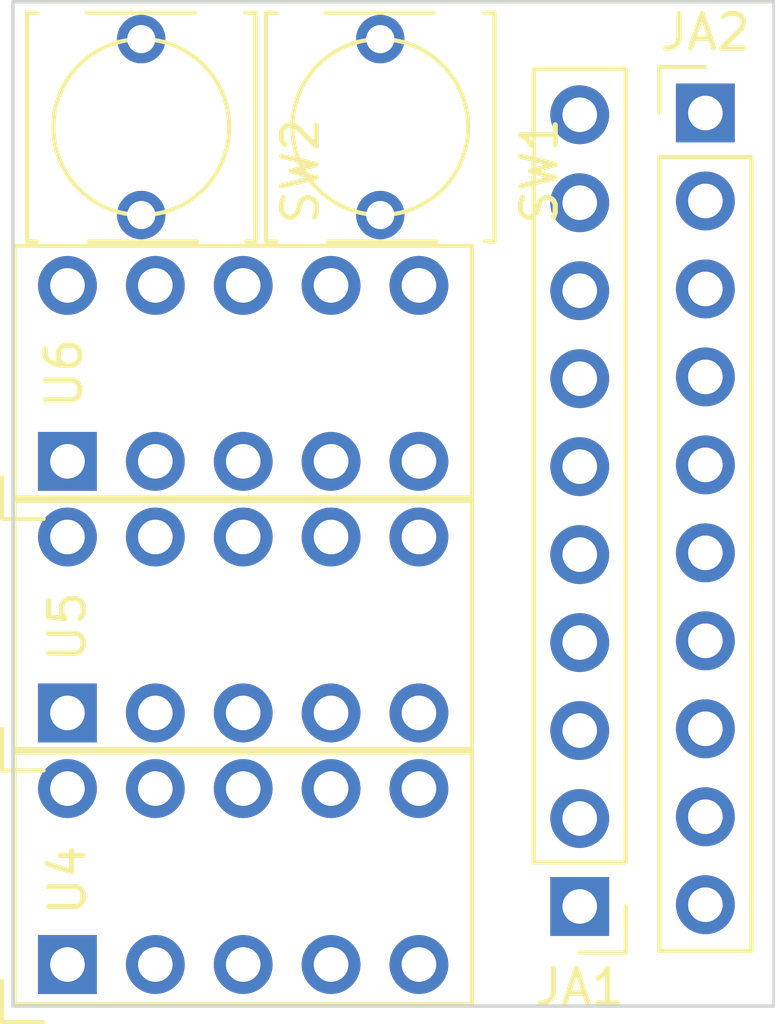
<source format=kicad_pcb>
(kicad_pcb (version 20221018) (generator pcbnew)
  (layers (0 "F.Cu" signal) (31 "B.Cu" signal) (34 "B.Paste" user) (35 "F.Paste" user) (36 "B.SilkS" user "B.Silkscreen") (37 "F.SilkS" user "F.Silkscreen") (38 "B.Mask" user) (39 "F.Mask" user) (44 "Edge.Cuts" user))
  (net 0 "")
  (net 1 "/d0A")
  (net 2 "/d0B")
  (net 3 "/d0C")
  (net 4 "/d0D")
  (net 5 "/d0E")
  (net 6 "/d0F")
  (net 7 "/d0G")
  (net 8 "/d0P")
  (net 10 "/V+")
  (net 15 "/SW2")
  (net 16 "/SW1")
  (net 18 "/CC2")
  (net 19 "/CC1")
  (net 20 "/CC0")
  (footprint "globUserLib:SW_Tactile_Pollin_6x6mm_12V_50mA_P5,21mm" (layer "F.Cu") (at 110.617 51.0794 -90)
    (fp_text reference "SW1" (at 3.81 -4.603 90) (layer "F.SilkS"))
    (fp_text value "SW_SPST" hide)
    (fp_line (start -0.762 -3.302) (end -0.762 -3.002) (stroke (width 0.12)) (layer "F.SilkS"))
    (fp_line (start -0.762 -3.302) (end 5.842 -3.302) (stroke (width 0.12)) (layer "F.SilkS"))
    (fp_line (start -0.762 -1.553) (end -0.762 1.587) (stroke (width 0.12)) (layer "F.SilkS"))
    (fp_line (start -0.762 3.002) (end -0.762 3.302) (stroke (width 0.12)) (layer "F.SilkS"))
    (fp_line (start 5.842 -3.302) (end 5.842 -3.025) (stroke (width 0.12)) (layer "F.SilkS"))
    (fp_line (start 5.842 -1.616) (end 5.842 1.524) (stroke (width 0.12)) (layer "F.SilkS"))
    (fp_line (start 5.842 3.002) (end 5.842 3.302) (stroke (width 0.12)) (layer "F.SilkS"))
    (fp_line (start 5.842 3.302) (end -0.762 3.302) (stroke (width 0.12)) (layer "F.SilkS"))
    (fp_circle (center 2.54 0) (end 2.54 -2.54) (stroke (width 0.12)) (fill none) (layer "F.SilkS"))
    (pad "1" thru_hole circle (at 0 0 270) (size 1.397 1.397) (drill 0.8128) (layers "*.Cu" "*.Mask") (net 16 "/SW1"))
    (pad "2" thru_hole circle (at 5.08 0 270) (size 1.397 1.397) (drill 0.8128) (layers "*.Cu" "*.Mask") (net 10 "/V+"))
  )
  (footprint "Connector_PinHeader_2.54mm:PinHeader_1x10_P2.54mm_Vertical" (layer "F.Cu") (at 120.015 53.213)
    (fp_text reference "JA2" (at 0 -2.33) (layer "F.SilkS"))
    (fp_text value "Conn_01x10_Pin" hide)
    (fp_line (start -1.33 -1.33) (end 0 -1.33) (stroke (width 0.12)) (layer "F.SilkS"))
    (fp_line (start -1.33 0) (end -1.33 -1.33) (stroke (width 0.12)) (layer "F.SilkS"))
    (fp_line (start -1.33 1.27) (end -1.33 24.19) (stroke (width 0.12)) (layer "F.SilkS"))
    (fp_line (start -1.33 1.27) (end 1.33 1.27) (stroke (width 0.12)) (layer "F.SilkS"))
    (fp_line (start -1.33 24.19) (end 1.33 24.19) (stroke (width 0.12)) (layer "F.SilkS"))
    (fp_line (start 1.33 1.27) (end 1.33 24.19) (stroke (width 0.12)) (layer "F.SilkS"))
    (pad "1" thru_hole rect (at 0 0) (size 1.7 1.7) (drill 1) (layers "*.Cu" "*.Mask"))
    (pad "2" thru_hole oval (at 0 2.54) (size 1.7 1.7) (drill 1) (layers "*.Cu" "*.Mask"))
    (pad "3" thru_hole oval (at 0 5.08) (size 1.7 1.7) (drill 1) (layers "*.Cu" "*.Mask"))
    (pad "4" thru_hole oval (at 0 7.62) (size 1.7 1.7) (drill 1) (layers "*.Cu" "*.Mask"))
    (pad "5" thru_hole oval (at 0 10.16) (size 1.7 1.7) (drill 1) (layers "*.Cu" "*.Mask") (net 15 "/SW2"))
    (pad "6" thru_hole oval (at 0 12.7) (size 1.7 1.7) (drill 1) (layers "*.Cu" "*.Mask") (net 16 "/SW1"))
    (pad "7" thru_hole oval (at 0 15.24) (size 1.7 1.7) (drill 1) (layers "*.Cu" "*.Mask"))
    (pad "8" thru_hole oval (at 0 17.78) (size 1.7 1.7) (drill 1) (layers "*.Cu" "*.Mask") (net 18 "/CC2"))
    (pad "9" thru_hole oval (at 0 20.32) (size 1.7 1.7) (drill 1) (layers "*.Cu" "*.Mask") (net 19 "/CC1"))
    (pad "10" thru_hole oval (at 0 22.86) (size 1.7 1.7) (drill 1) (layers "*.Cu" "*.Mask") (net 20 "/CC0"))
  )
  (footprint "globUserLib:Sx36-1xxxxx" (layer "F.Cu") (at 101.5746 63.2714 90)
    (fp_text reference "U6" (at 2.54 -0.1016 90) (layer "F.SilkS"))
    (fp_text value "SC36-11SURKWA" hide)
    (fp_line (start -1.66 -1.89) (end -0.46 -1.89) (stroke (width 0.12)) (layer "F.SilkS"))
    (fp_line (start -1.66 -0.69) (end -1.66 -1.89) (stroke (width 0.12)) (layer "F.SilkS"))
    (fp_line (start -1.143 -1.53) (end -1.143 11.69) (stroke (width 0.12)) (layer "F.SilkS"))
    (fp_line (start -1.143 11.69) (end 6.223 11.69) (stroke (width 0.12)) (layer "F.SilkS"))
    (fp_line (start 6.223 -1.53) (end -1.143 -1.53) (stroke (width 0.12)) (layer "F.SilkS"))
    (fp_line (start 6.223 11.69) (end 6.223 -1.53) (stroke (width 0.12)) (layer "F.SilkS"))
    (pad "1" thru_hole rect (at 0 0 90) (size 1.7 1.7) (drill 1) (layers "*.Cu" "*.Mask") (net 18 "/CC2"))
    (pad "2" thru_hole circle (at 0 2.54 90) (size 1.7 1.7) (drill 1) (layers "*.Cu" "*.Mask") (net 6 "/d0F"))
    (pad "3" thru_hole circle (at 0 5.08 90) (size 1.7 1.7) (drill 1) (layers "*.Cu" "*.Mask") (net 7 "/d0G"))
    (pad "4" thru_hole circle (at 0 7.62 90) (size 1.7 1.7) (drill 1) (layers "*.Cu" "*.Mask") (net 5 "/d0E"))
    (pad "5" thru_hole circle (at 0 10.16 90) (size 1.7 1.7) (drill 1) (layers "*.Cu" "*.Mask") (net 4 "/d0D"))
    (pad "6" thru_hole circle (at 5.08 10.16 90) (size 1.7 1.7) (drill 1) (layers "*.Cu" "*.Mask") (net 18 "/CC2"))
    (pad "7" thru_hole circle (at 5.08 7.62 90) (size 1.7 1.7) (drill 1) (layers "*.Cu" "*.Mask") (net 8 "/d0P"))
    (pad "8" thru_hole circle (at 5.08 5.08 90) (size 1.7 1.7) (drill 1) (layers "*.Cu" "*.Mask") (net 3 "/d0C"))
    (pad "9" thru_hole circle (at 5.08 2.54 90) (size 1.7 1.7) (drill 1) (layers "*.Cu" "*.Mask") (net 2 "/d0B"))
    (pad "10" thru_hole circle (at 5.08 0 90) (size 1.7 1.7) (drill 1) (layers "*.Cu" "*.Mask") (net 1 "/d0A"))
  )
  (footprint "globUserLib:Sx36-1xxxxx" (layer "F.Cu") (at 101.5746 70.5358 90)
    (fp_text reference "U5" (at 2.4892 0 90) (layer "F.SilkS"))
    (fp_text value "SC36-11SURKWA" hide)
    (fp_line (start -1.66 -1.89) (end -0.46 -1.89) (stroke (width 0.12)) (layer "F.SilkS"))
    (fp_line (start -1.66 -0.69) (end -1.66 -1.89) (stroke (width 0.12)) (layer "F.SilkS"))
    (fp_line (start -1.143 -1.53) (end -1.143 11.69) (stroke (width 0.12)) (layer "F.SilkS"))
    (fp_line (start -1.143 11.69) (end 6.223 11.69) (stroke (width 0.12)) (layer "F.SilkS"))
    (fp_line (start 6.223 -1.53) (end -1.143 -1.53) (stroke (width 0.12)) (layer "F.SilkS"))
    (fp_line (start 6.223 11.69) (end 6.223 -1.53) (stroke (width 0.12)) (layer "F.SilkS"))
    (pad "1" thru_hole rect (at 0 0 90) (size 1.7 1.7) (drill 1) (layers "*.Cu" "*.Mask") (net 19 "/CC1"))
    (pad "2" thru_hole circle (at 0 2.54 90) (size 1.7 1.7) (drill 1) (layers "*.Cu" "*.Mask") (net 6 "/d0F"))
    (pad "3" thru_hole circle (at 0 5.08 90) (size 1.7 1.7) (drill 1) (layers "*.Cu" "*.Mask") (net 7 "/d0G"))
    (pad "4" thru_hole circle (at 0 7.62 90) (size 1.7 1.7) (drill 1) (layers "*.Cu" "*.Mask") (net 5 "/d0E"))
    (pad "5" thru_hole circle (at 0 10.16 90) (size 1.7 1.7) (drill 1) (layers "*.Cu" "*.Mask") (net 4 "/d0D"))
    (pad "6" thru_hole circle (at 5.08 10.16 90) (size 1.7 1.7) (drill 1) (layers "*.Cu" "*.Mask") (net 19 "/CC1"))
    (pad "7" thru_hole circle (at 5.08 7.62 90) (size 1.7 1.7) (drill 1) (layers "*.Cu" "*.Mask") (net 8 "/d0P"))
    (pad "8" thru_hole circle (at 5.08 5.08 90) (size 1.7 1.7) (drill 1) (layers "*.Cu" "*.Mask") (net 3 "/d0C"))
    (pad "9" thru_hole circle (at 5.08 2.54 90) (size 1.7 1.7) (drill 1) (layers "*.Cu" "*.Mask") (net 2 "/d0B"))
    (pad "10" thru_hole circle (at 5.08 0 90) (size 1.7 1.7) (drill 1) (layers "*.Cu" "*.Mask") (net 1 "/d0A"))
  )
  (footprint "globUserLib:Sx36-1xxxxx" (layer "F.Cu") (at 101.5746 77.8002 90)
    (fp_text reference "U4" (at 2.4384 0 90) (layer "F.SilkS"))
    (fp_text value "SC36-11SURKWA" hide)
    (fp_line (start -1.66 -1.89) (end -0.46 -1.89) (stroke (width 0.12)) (layer "F.SilkS"))
    (fp_line (start -1.66 -0.69) (end -1.66 -1.89) (stroke (width 0.12)) (layer "F.SilkS"))
    (fp_line (start -1.143 -1.53) (end -1.143 11.69) (stroke (width 0.12)) (layer "F.SilkS"))
    (fp_line (start -1.143 11.69) (end 6.223 11.69) (stroke (width 0.12)) (layer "F.SilkS"))
    (fp_line (start 6.223 -1.53) (end -1.143 -1.53) (stroke (width 0.12)) (layer "F.SilkS"))
    (fp_line (start 6.223 11.69) (end 6.223 -1.53) (stroke (width 0.12)) (layer "F.SilkS"))
    (pad "1" thru_hole rect (at 0 0 90) (size 1.7 1.7) (drill 1) (layers "*.Cu" "*.Mask") (net 20 "/CC0"))
    (pad "2" thru_hole circle (at 0 2.54 90) (size 1.7 1.7) (drill 1) (layers "*.Cu" "*.Mask") (net 6 "/d0F"))
    (pad "3" thru_hole circle (at 0 5.08 90) (size 1.7 1.7) (drill 1) (layers "*.Cu" "*.Mask") (net 7 "/d0G"))
    (pad "4" thru_hole circle (at 0 7.62 90) (size 1.7 1.7) (drill 1) (layers "*.Cu" "*.Mask") (net 5 "/d0E"))
    (pad "5" thru_hole circle (at 0 10.16 90) (size 1.7 1.7) (drill 1) (layers "*.Cu" "*.Mask") (net 4 "/d0D"))
    (pad "6" thru_hole circle (at 5.08 10.16 90) (size 1.7 1.7) (drill 1) (layers "*.Cu" "*.Mask") (net 20 "/CC0"))
    (pad "7" thru_hole circle (at 5.08 7.62 90) (size 1.7 1.7) (drill 1) (layers "*.Cu" "*.Mask") (net 8 "/d0P"))
    (pad "8" thru_hole circle (at 5.08 5.08 90) (size 1.7 1.7) (drill 1) (layers "*.Cu" "*.Mask") (net 3 "/d0C"))
    (pad "9" thru_hole circle (at 5.08 2.54 90) (size 1.7 1.7) (drill 1) (layers "*.Cu" "*.Mask") (net 2 "/d0B"))
    (pad "10" thru_hole circle (at 5.08 0 90) (size 1.7 1.7) (drill 1) (layers "*.Cu" "*.Mask") (net 1 "/d0A"))
  )
  (footprint "globUserLib:SW_Tactile_Pollin_6x6mm_12V_50mA_P5,21mm" (layer "F.Cu") (at 103.7082 51.0794 -90)
    (fp_text reference "SW2" (at 3.81 -4.603 90) (layer "F.SilkS"))
    (fp_text value "SW_SPST" hide)
    (fp_line (start -0.762 -3.302) (end -0.762 -3.002) (stroke (width 0.12)) (layer "F.SilkS"))
    (fp_line (start -0.762 -3.302) (end 5.842 -3.302) (stroke (width 0.12)) (layer "F.SilkS"))
    (fp_line (start -0.762 -1.553) (end -0.762 1.587) (stroke (width 0.12)) (layer "F.SilkS"))
    (fp_line (start -0.762 3.002) (end -0.762 3.302) (stroke (width 0.12)) (layer "F.SilkS"))
    (fp_line (start 5.842 -3.302) (end 5.842 -3.025) (stroke (width 0.12)) (layer "F.SilkS"))
    (fp_line (start 5.842 -1.616) (end 5.842 1.524) (stroke (width 0.12)) (layer "F.SilkS"))
    (fp_line (start 5.842 3.002) (end 5.842 3.302) (stroke (width 0.12)) (layer "F.SilkS"))
    (fp_line (start 5.842 3.302) (end -0.762 3.302) (stroke (width 0.12)) (layer "F.SilkS"))
    (fp_circle (center 2.54 0) (end 2.54 -2.54) (stroke (width 0.12)) (fill none) (layer "F.SilkS"))
    (pad "1" thru_hole circle (at 0 0 270) (size 1.397 1.397) (drill 0.8128) (layers "*.Cu" "*.Mask") (net 15 "/SW2"))
    (pad "2" thru_hole circle (at 5.08 0 270) (size 1.397 1.397) (drill 0.8128) (layers "*.Cu" "*.Mask") (net 10 "/V+"))
  )
  (footprint "Connector_PinHeader_2.54mm:PinHeader_1x10_P2.54mm_Vertical" (layer "F.Cu") (at 116.3828 76.1238 180)
    (fp_text reference "JA1" (at 0 -2.33) (layer "F.SilkS"))
    (fp_text value "Conn_01x10_Pin" hide)
    (fp_line (start -1.33 -1.33) (end 0 -1.33) (stroke (width 0.12)) (layer "F.SilkS"))
    (fp_line (start -1.33 0) (end -1.33 -1.33) (stroke (width 0.12)) (layer "F.SilkS"))
    (fp_line (start -1.33 1.27) (end -1.33 24.19) (stroke (width 0.12)) (layer "F.SilkS"))
    (fp_line (start -1.33 1.27) (end 1.33 1.27) (stroke (width 0.12)) (layer "F.SilkS"))
    (fp_line (start -1.33 24.19) (end 1.33 24.19) (stroke (width 0.12)) (layer "F.SilkS"))
    (fp_line (start 1.33 1.27) (end 1.33 24.19) (stroke (width 0.12)) (layer "F.SilkS"))
    (pad "1" thru_hole rect (at 0 0 180) (size 1.7 1.7) (drill 1) (layers "*.Cu" "*.Mask") (net 1 "/d0A"))
    (pad "2" thru_hole oval (at 0 2.54 180) (size 1.7 1.7) (drill 1) (layers "*.Cu" "*.Mask") (net 2 "/d0B"))
    (pad "3" thru_hole oval (at 0 5.08 180) (size 1.7 1.7) (drill 1) (layers "*.Cu" "*.Mask") (net 3 "/d0C"))
    (pad "4" thru_hole oval (at 0 7.62 180) (size 1.7 1.7) (drill 1) (layers "*.Cu" "*.Mask") (net 4 "/d0D"))
    (pad "5" thru_hole oval (at 0 10.16 180) (size 1.7 1.7) (drill 1) (layers "*.Cu" "*.Mask") (net 5 "/d0E"))
    (pad "6" thru_hole oval (at 0 12.7 180) (size 1.7 1.7) (drill 1) (layers "*.Cu" "*.Mask") (net 6 "/d0F"))
    (pad "7" thru_hole oval (at 0 15.24 180) (size 1.7 1.7) (drill 1) (layers "*.Cu" "*.Mask") (net 7 "/d0G"))
    (pad "8" thru_hole oval (at 0 17.78 180) (size 1.7 1.7) (drill 1) (layers "*.Cu" "*.Mask") (net 8 "/d0P"))
    (pad "9" thru_hole oval (at 0 20.32 180) (size 1.7 1.7) (drill 1) (layers "*.Cu" "*.Mask"))
    (pad "10" thru_hole oval (at 0 22.86 180) (size 1.7 1.7) (drill 1) (layers "*.Cu" "*.Mask") (net 10 "/V+"))
  )
  (gr_rect (start 100 50) (end 122 79) (stroke (width 0.1)) (fill none) (layer "Edge.Cuts"))
)
</source>
